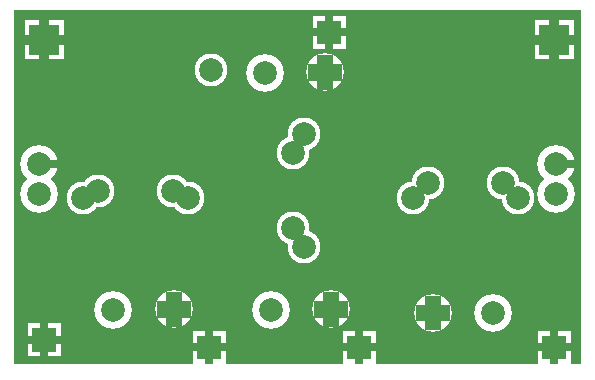
<source format=gbr>
%FSLAX34Y34*%
%MOMM*%
%LNCOPPER_TOP*%
G71*
G01*
%ADD10C,2.800*%
%ADD11C,3.200*%
%ADD12C,2.800*%
%ADD13C,0.667*%
%ADD14C,0.813*%
%ADD15C,1.380*%
%ADD16C,0.833*%
%ADD17C,2.000*%
%ADD18C,2.000*%
%LPD*%
G36*
X0Y300000D02*
X480000Y300000D01*
X480000Y0D01*
X0Y0D01*
X0Y300000D01*
G37*
%LPC*%
X58010Y140509D02*
G54D10*
D03*
X146910Y140509D02*
G54D10*
D03*
X245335Y194484D02*
G54D10*
D03*
X245335Y99234D02*
G54D10*
D03*
X84040Y46207D02*
G54D11*
D03*
X135020Y46319D02*
G54D11*
D03*
X217390Y46207D02*
G54D11*
D03*
X268370Y46319D02*
G54D11*
D03*
X337410Y140509D02*
G54D10*
D03*
X426310Y140509D02*
G54D10*
D03*
X263360Y246975D02*
G54D11*
D03*
X212379Y246863D02*
G54D11*
D03*
X20691Y169166D02*
G54D11*
D03*
X20691Y143666D02*
G54D11*
D03*
X458841Y169166D02*
G54D11*
D03*
X458841Y143666D02*
G54D11*
D03*
X135020Y46319D02*
G54D12*
D03*
X268370Y46319D02*
G54D12*
D03*
G36*
X11400Y34600D02*
X39400Y34600D01*
X39400Y6600D01*
X11400Y6600D01*
X11400Y34600D01*
G37*
X263360Y246975D02*
G54D12*
D03*
X405805Y43419D02*
G54D11*
D03*
X354824Y43307D02*
G54D11*
D03*
X354824Y43307D02*
G54D12*
D03*
X70710Y146859D02*
G54D10*
D03*
X134210Y146859D02*
G54D10*
D03*
X235810Y115109D02*
G54D10*
D03*
X235810Y178609D02*
G54D10*
D03*
X350110Y153209D02*
G54D10*
D03*
X413610Y153209D02*
G54D10*
D03*
G36*
X8900Y291100D02*
X41900Y291100D01*
X41900Y258100D01*
X8900Y258100D01*
X8900Y291100D01*
G37*
G36*
X443200Y28250D02*
X471200Y28250D01*
X471200Y250D01*
X443200Y250D01*
X443200Y28250D01*
G37*
X166590Y249407D02*
G54D12*
D03*
G36*
X440700Y291100D02*
X473700Y291100D01*
X473700Y258100D01*
X440700Y258100D01*
X440700Y291100D01*
G37*
G36*
X278100Y28250D02*
X306100Y28250D01*
X306100Y250D01*
X278100Y250D01*
X278100Y28250D01*
G37*
G36*
X151100Y28250D02*
X179100Y28250D01*
X179100Y250D01*
X151100Y250D01*
X151100Y28250D01*
G37*
G36*
X252700Y294950D02*
X280700Y294950D01*
X280700Y266950D01*
X252700Y266950D01*
X252700Y294950D01*
G37*
%LPD*%
G54D13*
G36*
X20691Y172500D02*
X37191Y172500D01*
X37191Y165833D01*
X20691Y165833D01*
X20691Y172500D01*
G37*
G54D14*
G54D13*
G36*
X458841Y172500D02*
X475341Y172500D01*
X475341Y165833D01*
X458841Y165833D01*
X458841Y172500D01*
G37*
G54D14*
G54D15*
G36*
X128120Y46319D02*
X128120Y60819D01*
X141920Y60819D01*
X141920Y46319D01*
X128120Y46319D01*
G37*
G36*
X135020Y53219D02*
X149520Y53219D01*
X149520Y39419D01*
X135020Y39419D01*
X135020Y53219D01*
G37*
G36*
X141920Y46319D02*
X141920Y31819D01*
X128120Y31819D01*
X128120Y46319D01*
X141920Y46319D01*
G37*
G36*
X135020Y39419D02*
X120520Y39419D01*
X120520Y53219D01*
X135020Y53219D01*
X135020Y39419D01*
G37*
G54D15*
G36*
X261470Y46319D02*
X261470Y60819D01*
X275270Y60819D01*
X275270Y46319D01*
X261470Y46319D01*
G37*
G36*
X268370Y53219D02*
X282870Y53219D01*
X282870Y39419D01*
X268370Y39419D01*
X268370Y53219D01*
G37*
G36*
X275270Y46319D02*
X275270Y31819D01*
X261470Y31819D01*
X261470Y46319D01*
X275270Y46319D01*
G37*
G36*
X268370Y39419D02*
X253870Y39419D01*
X253870Y53219D01*
X268370Y53219D01*
X268370Y39419D01*
G37*
G54D13*
G36*
X22067Y20600D02*
X22067Y35100D01*
X28733Y35100D01*
X28733Y20600D01*
X22067Y20600D01*
G37*
G36*
X25400Y23933D02*
X39900Y23933D01*
X39900Y17267D01*
X25400Y17267D01*
X25400Y23933D01*
G37*
G36*
X28733Y20600D02*
X28733Y6100D01*
X22067Y6100D01*
X22067Y20600D01*
X28733Y20600D01*
G37*
G36*
X25400Y17267D02*
X10900Y17267D01*
X10900Y23933D01*
X25400Y23933D01*
X25400Y17267D01*
G37*
G54D15*
G36*
X256460Y246975D02*
X256460Y261475D01*
X270260Y261475D01*
X270260Y246975D01*
X256460Y246975D01*
G37*
G36*
X263360Y253875D02*
X277860Y253875D01*
X277860Y240075D01*
X263360Y240075D01*
X263360Y253875D01*
G37*
G36*
X270260Y246975D02*
X270260Y232475D01*
X256460Y232475D01*
X256460Y246975D01*
X270260Y246975D01*
G37*
G36*
X263360Y240075D02*
X248860Y240075D01*
X248860Y253875D01*
X263360Y253875D01*
X263360Y240075D01*
G37*
G54D15*
G36*
X361724Y43307D02*
X361724Y28807D01*
X347924Y28807D01*
X347924Y43307D01*
X361724Y43307D01*
G37*
G36*
X354824Y36407D02*
X340324Y36407D01*
X340324Y50207D01*
X354824Y50207D01*
X354824Y36407D01*
G37*
G36*
X347924Y43307D02*
X347924Y57807D01*
X361724Y57807D01*
X361724Y43307D01*
X347924Y43307D01*
G37*
G36*
X354824Y50207D02*
X369324Y50207D01*
X369324Y36407D01*
X354824Y36407D01*
X354824Y50207D01*
G37*
G54D16*
G36*
X21233Y274600D02*
X21233Y291600D01*
X29567Y291600D01*
X29567Y274600D01*
X21233Y274600D01*
G37*
G36*
X25400Y278767D02*
X42400Y278767D01*
X42400Y270433D01*
X25400Y270433D01*
X25400Y278767D01*
G37*
G36*
X29567Y274600D02*
X29567Y257600D01*
X21233Y257600D01*
X21233Y274600D01*
X29567Y274600D01*
G37*
G36*
X25400Y270433D02*
X8400Y270433D01*
X8400Y278767D01*
X25400Y278767D01*
X25400Y270433D01*
G37*
G54D13*
G36*
X453867Y14250D02*
X453867Y28750D01*
X460533Y28750D01*
X460533Y14250D01*
X453867Y14250D01*
G37*
G36*
X457200Y17583D02*
X471700Y17583D01*
X471700Y10917D01*
X457200Y10917D01*
X457200Y17583D01*
G37*
G36*
X460533Y14250D02*
X460533Y-250D01*
X453867Y-250D01*
X453867Y14250D01*
X460533Y14250D01*
G37*
G36*
X457200Y10917D02*
X442700Y10917D01*
X442700Y17583D01*
X457200Y17583D01*
X457200Y10917D01*
G37*
G54D16*
G36*
X453033Y274600D02*
X453033Y291600D01*
X461367Y291600D01*
X461367Y274600D01*
X453033Y274600D01*
G37*
G36*
X457200Y278767D02*
X474200Y278767D01*
X474200Y270433D01*
X457200Y270433D01*
X457200Y278767D01*
G37*
G36*
X461367Y274600D02*
X461367Y257600D01*
X453033Y257600D01*
X453033Y274600D01*
X461367Y274600D01*
G37*
G36*
X457200Y270433D02*
X440200Y270433D01*
X440200Y278767D01*
X457200Y278767D01*
X457200Y270433D01*
G37*
G54D13*
G36*
X288767Y14250D02*
X288767Y28750D01*
X295433Y28750D01*
X295433Y14250D01*
X288767Y14250D01*
G37*
G36*
X292100Y17583D02*
X306600Y17583D01*
X306600Y10917D01*
X292100Y10917D01*
X292100Y17583D01*
G37*
G36*
X295433Y14250D02*
X295433Y-250D01*
X288767Y-250D01*
X288767Y14250D01*
X295433Y14250D01*
G37*
G36*
X292100Y10917D02*
X277600Y10917D01*
X277600Y17583D01*
X292100Y17583D01*
X292100Y10917D01*
G37*
G54D13*
G36*
X161767Y14250D02*
X161767Y28750D01*
X168433Y28750D01*
X168433Y14250D01*
X161767Y14250D01*
G37*
G36*
X165100Y17583D02*
X179600Y17583D01*
X179600Y10917D01*
X165100Y10917D01*
X165100Y17583D01*
G37*
G36*
X168433Y14250D02*
X168433Y-250D01*
X161767Y-250D01*
X161767Y14250D01*
X168433Y14250D01*
G37*
G36*
X165100Y10917D02*
X150600Y10917D01*
X150600Y17583D01*
X165100Y17583D01*
X165100Y10917D01*
G37*
G54D13*
G36*
X263367Y280950D02*
X263367Y295450D01*
X270033Y295450D01*
X270033Y280950D01*
X263367Y280950D01*
G37*
G36*
X266700Y284283D02*
X281200Y284283D01*
X281200Y277617D01*
X266700Y277617D01*
X266700Y284283D01*
G37*
G36*
X270033Y280950D02*
X270033Y266450D01*
X263367Y266450D01*
X263367Y280950D01*
X270033Y280950D01*
G37*
G36*
X266700Y277617D02*
X252200Y277617D01*
X252200Y284283D01*
X266700Y284283D01*
X266700Y277617D01*
G37*
X58010Y140509D02*
G54D17*
D03*
X146910Y140509D02*
G54D17*
D03*
X245335Y194484D02*
G54D17*
D03*
X245335Y99234D02*
G54D17*
D03*
X84040Y46207D02*
G54D18*
D03*
X135020Y46319D02*
G54D18*
D03*
X217390Y46207D02*
G54D18*
D03*
X268370Y46319D02*
G54D18*
D03*
X337410Y140509D02*
G54D17*
D03*
X426310Y140509D02*
G54D17*
D03*
X263360Y246975D02*
G54D18*
D03*
X212379Y246863D02*
G54D18*
D03*
X20691Y169166D02*
G54D18*
D03*
X20691Y143666D02*
G54D18*
D03*
X458841Y169166D02*
G54D18*
D03*
X458841Y143666D02*
G54D18*
D03*
X135020Y46319D02*
G54D18*
D03*
X268370Y46319D02*
G54D18*
D03*
G36*
X15400Y30600D02*
X35400Y30600D01*
X35400Y10600D01*
X15400Y10600D01*
X15400Y30600D01*
G37*
X263360Y246975D02*
G54D18*
D03*
X405805Y43419D02*
G54D18*
D03*
X354824Y43307D02*
G54D18*
D03*
X354824Y43307D02*
G54D18*
D03*
X70710Y146859D02*
G54D17*
D03*
X134210Y146859D02*
G54D17*
D03*
X235810Y115109D02*
G54D17*
D03*
X235810Y178609D02*
G54D17*
D03*
X350110Y153209D02*
G54D17*
D03*
X413610Y153209D02*
G54D17*
D03*
G36*
X12900Y287100D02*
X37900Y287100D01*
X37900Y262100D01*
X12900Y262100D01*
X12900Y287100D01*
G37*
G36*
X447200Y24250D02*
X467200Y24250D01*
X467200Y4250D01*
X447200Y4250D01*
X447200Y24250D01*
G37*
X166590Y249407D02*
G54D18*
D03*
G36*
X444700Y287100D02*
X469700Y287100D01*
X469700Y262100D01*
X444700Y262100D01*
X444700Y287100D01*
G37*
G36*
X282100Y24250D02*
X302100Y24250D01*
X302100Y4250D01*
X282100Y4250D01*
X282100Y24250D01*
G37*
G36*
X155100Y24250D02*
X175100Y24250D01*
X175100Y4250D01*
X155100Y4250D01*
X155100Y24250D01*
G37*
G36*
X256700Y290950D02*
X276700Y290950D01*
X276700Y270950D01*
X256700Y270950D01*
X256700Y290950D01*
G37*
M02*

</source>
